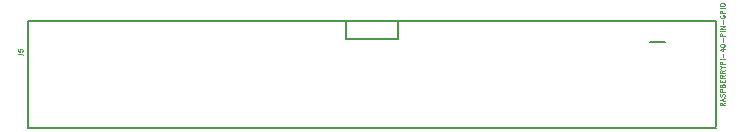
<source format=gbo>
G04 #@! TF.GenerationSoftware,KiCad,Pcbnew,5.0.1+dfsg1-3~bpo9+1*
G04 #@! TF.CreationDate,2018-12-29T18:45:15+00:00*
G04 #@! TF.ProjectId,esp32_io_board,65737033325F696F5F626F6172642E6B,rev?*
G04 #@! TF.SameCoordinates,Original*
G04 #@! TF.FileFunction,Legend,Bot*
G04 #@! TF.FilePolarity,Positive*
%FSLAX46Y46*%
G04 Gerber Fmt 4.6, Leading zero omitted, Abs format (unit mm)*
G04 Created by KiCad (PCBNEW 5.0.1+dfsg1-3~bpo9+1) date Sat 29 Dec 2018 06:45:15 PM UTC*
%MOMM*%
%LPD*%
G01*
G04 APERTURE LIST*
%ADD10C,0.203200*%
%ADD11C,0.025400*%
G04 APERTURE END LIST*
D10*
G04 #@! TO.C,J5*
X213785000Y-127506320D02*
X212515000Y-127506320D01*
X218169040Y-134778340D02*
X159870960Y-134778340D01*
X159870960Y-125781660D02*
X218169040Y-125781660D01*
X218169040Y-125781660D02*
X218169040Y-134679280D01*
X159870960Y-134778340D02*
X159870960Y-125781660D01*
X191219640Y-125781660D02*
X191219640Y-127280260D01*
X186820360Y-127280260D02*
X186820360Y-125781660D01*
X191219640Y-127280260D02*
X186820360Y-127280260D01*
D11*
X159028647Y-128510466D02*
X159318933Y-128510466D01*
X159376990Y-128529819D01*
X159415695Y-128568523D01*
X159435047Y-128626580D01*
X159435047Y-128665285D01*
X159028647Y-128123419D02*
X159028647Y-128316942D01*
X159222171Y-128336295D01*
X159202819Y-128316942D01*
X159183466Y-128278238D01*
X159183466Y-128181476D01*
X159202819Y-128142771D01*
X159222171Y-128123419D01*
X159260876Y-128104066D01*
X159357638Y-128104066D01*
X159396342Y-128123419D01*
X159415695Y-128142771D01*
X159435047Y-128181476D01*
X159435047Y-128278238D01*
X159415695Y-128316942D01*
X159396342Y-128336295D01*
X218871047Y-132661552D02*
X218677523Y-132797019D01*
X218871047Y-132893780D02*
X218464647Y-132893780D01*
X218464647Y-132738961D01*
X218484000Y-132700257D01*
X218503352Y-132680904D01*
X218542057Y-132661552D01*
X218600114Y-132661552D01*
X218638819Y-132680904D01*
X218658171Y-132700257D01*
X218677523Y-132738961D01*
X218677523Y-132893780D01*
X218754933Y-132506733D02*
X218754933Y-132313209D01*
X218871047Y-132545438D02*
X218464647Y-132409971D01*
X218871047Y-132274504D01*
X218851695Y-132158390D02*
X218871047Y-132100333D01*
X218871047Y-132003571D01*
X218851695Y-131964866D01*
X218832342Y-131945514D01*
X218793638Y-131926161D01*
X218754933Y-131926161D01*
X218716228Y-131945514D01*
X218696876Y-131964866D01*
X218677523Y-132003571D01*
X218658171Y-132080980D01*
X218638819Y-132119685D01*
X218619466Y-132139038D01*
X218580761Y-132158390D01*
X218542057Y-132158390D01*
X218503352Y-132139038D01*
X218484000Y-132119685D01*
X218464647Y-132080980D01*
X218464647Y-131984219D01*
X218484000Y-131926161D01*
X218871047Y-131751990D02*
X218464647Y-131751990D01*
X218464647Y-131597171D01*
X218484000Y-131558466D01*
X218503352Y-131539114D01*
X218542057Y-131519761D01*
X218600114Y-131519761D01*
X218638819Y-131539114D01*
X218658171Y-131558466D01*
X218677523Y-131597171D01*
X218677523Y-131751990D01*
X218658171Y-131210123D02*
X218677523Y-131152066D01*
X218696876Y-131132714D01*
X218735580Y-131113361D01*
X218793638Y-131113361D01*
X218832342Y-131132714D01*
X218851695Y-131152066D01*
X218871047Y-131190771D01*
X218871047Y-131345590D01*
X218464647Y-131345590D01*
X218464647Y-131210123D01*
X218484000Y-131171419D01*
X218503352Y-131152066D01*
X218542057Y-131132714D01*
X218580761Y-131132714D01*
X218619466Y-131152066D01*
X218638819Y-131171419D01*
X218658171Y-131210123D01*
X218658171Y-131345590D01*
X218658171Y-130939190D02*
X218658171Y-130803723D01*
X218871047Y-130745666D02*
X218871047Y-130939190D01*
X218464647Y-130939190D01*
X218464647Y-130745666D01*
X218871047Y-130339266D02*
X218677523Y-130474733D01*
X218871047Y-130571495D02*
X218464647Y-130571495D01*
X218464647Y-130416676D01*
X218484000Y-130377971D01*
X218503352Y-130358619D01*
X218542057Y-130339266D01*
X218600114Y-130339266D01*
X218638819Y-130358619D01*
X218658171Y-130377971D01*
X218677523Y-130416676D01*
X218677523Y-130571495D01*
X218871047Y-129932866D02*
X218677523Y-130068333D01*
X218871047Y-130165095D02*
X218464647Y-130165095D01*
X218464647Y-130010276D01*
X218484000Y-129971571D01*
X218503352Y-129952219D01*
X218542057Y-129932866D01*
X218600114Y-129932866D01*
X218638819Y-129952219D01*
X218658171Y-129971571D01*
X218677523Y-130010276D01*
X218677523Y-130165095D01*
X218677523Y-129681285D02*
X218871047Y-129681285D01*
X218464647Y-129816752D02*
X218677523Y-129681285D01*
X218464647Y-129545819D01*
X218871047Y-129410352D02*
X218464647Y-129410352D01*
X218464647Y-129255533D01*
X218484000Y-129216828D01*
X218503352Y-129197476D01*
X218542057Y-129178123D01*
X218600114Y-129178123D01*
X218638819Y-129197476D01*
X218658171Y-129216828D01*
X218677523Y-129255533D01*
X218677523Y-129410352D01*
X218871047Y-129003952D02*
X218464647Y-129003952D01*
X218716228Y-128810428D02*
X218716228Y-128500790D01*
X218600114Y-128133095D02*
X218871047Y-128133095D01*
X218445295Y-128229857D02*
X218735580Y-128326619D01*
X218735580Y-128075038D01*
X218464647Y-127842809D02*
X218464647Y-127804104D01*
X218484000Y-127765400D01*
X218503352Y-127746047D01*
X218542057Y-127726695D01*
X218619466Y-127707342D01*
X218716228Y-127707342D01*
X218793638Y-127726695D01*
X218832342Y-127746047D01*
X218851695Y-127765400D01*
X218871047Y-127804104D01*
X218871047Y-127842809D01*
X218851695Y-127881514D01*
X218832342Y-127900866D01*
X218793638Y-127920219D01*
X218716228Y-127939571D01*
X218619466Y-127939571D01*
X218542057Y-127920219D01*
X218503352Y-127900866D01*
X218484000Y-127881514D01*
X218464647Y-127842809D01*
X218716228Y-127533171D02*
X218716228Y-127223533D01*
X218871047Y-127030009D02*
X218464647Y-127030009D01*
X218464647Y-126875190D01*
X218484000Y-126836485D01*
X218503352Y-126817133D01*
X218542057Y-126797780D01*
X218600114Y-126797780D01*
X218638819Y-126817133D01*
X218658171Y-126836485D01*
X218677523Y-126875190D01*
X218677523Y-127030009D01*
X218871047Y-126623609D02*
X218464647Y-126623609D01*
X218871047Y-126430085D02*
X218464647Y-126430085D01*
X218871047Y-126197857D01*
X218464647Y-126197857D01*
X218716228Y-126004333D02*
X218716228Y-125694695D01*
X218484000Y-125288295D02*
X218464647Y-125327000D01*
X218464647Y-125385057D01*
X218484000Y-125443114D01*
X218522704Y-125481819D01*
X218561409Y-125501171D01*
X218638819Y-125520523D01*
X218696876Y-125520523D01*
X218774285Y-125501171D01*
X218812990Y-125481819D01*
X218851695Y-125443114D01*
X218871047Y-125385057D01*
X218871047Y-125346352D01*
X218851695Y-125288295D01*
X218832342Y-125268942D01*
X218696876Y-125268942D01*
X218696876Y-125346352D01*
X218871047Y-125094771D02*
X218464647Y-125094771D01*
X218464647Y-124939952D01*
X218484000Y-124901247D01*
X218503352Y-124881895D01*
X218542057Y-124862542D01*
X218600114Y-124862542D01*
X218638819Y-124881895D01*
X218658171Y-124901247D01*
X218677523Y-124939952D01*
X218677523Y-125094771D01*
X218871047Y-124688371D02*
X218464647Y-124688371D01*
X218464647Y-124417438D02*
X218464647Y-124340028D01*
X218484000Y-124301323D01*
X218522704Y-124262619D01*
X218600114Y-124243266D01*
X218735580Y-124243266D01*
X218812990Y-124262619D01*
X218851695Y-124301323D01*
X218871047Y-124340028D01*
X218871047Y-124417438D01*
X218851695Y-124456142D01*
X218812990Y-124494847D01*
X218735580Y-124514200D01*
X218600114Y-124514200D01*
X218522704Y-124494847D01*
X218484000Y-124456142D01*
X218464647Y-124417438D01*
G04 #@! TD*
M02*

</source>
